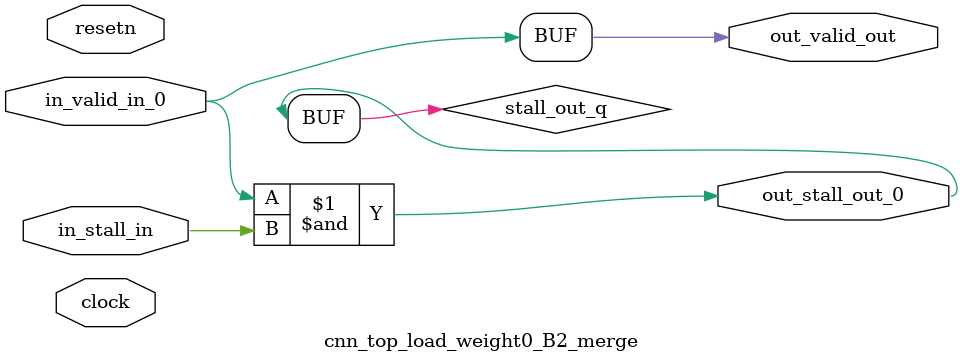
<source format=sv>



(* altera_attribute = "-name AUTO_SHIFT_REGISTER_RECOGNITION OFF; -name MESSAGE_DISABLE 10036; -name MESSAGE_DISABLE 10037; -name MESSAGE_DISABLE 14130; -name MESSAGE_DISABLE 14320; -name MESSAGE_DISABLE 15400; -name MESSAGE_DISABLE 14130; -name MESSAGE_DISABLE 10036; -name MESSAGE_DISABLE 12020; -name MESSAGE_DISABLE 12030; -name MESSAGE_DISABLE 12010; -name MESSAGE_DISABLE 12110; -name MESSAGE_DISABLE 14320; -name MESSAGE_DISABLE 13410; -name MESSAGE_DISABLE 113007; -name MESSAGE_DISABLE 10958" *)
module cnn_top_load_weight0_B2_merge (
    input wire [0:0] in_stall_in,
    input wire [0:0] in_valid_in_0,
    output wire [0:0] out_stall_out_0,
    output wire [0:0] out_valid_out,
    input wire clock,
    input wire resetn
    );

    wire [0:0] stall_out_q;


    // stall_out(LOGICAL,6)
    assign stall_out_q = in_valid_in_0 & in_stall_in;

    // out_stall_out_0(GPOUT,4)
    assign out_stall_out_0 = stall_out_q;

    // out_valid_out(GPOUT,5)
    assign out_valid_out = in_valid_in_0;

endmodule

</source>
